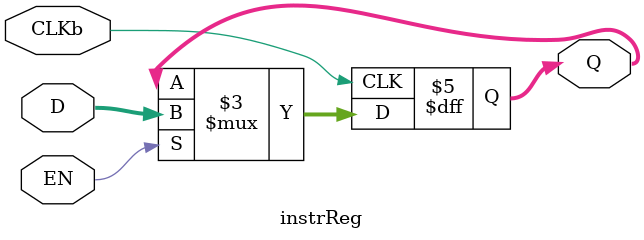
<source format=sv>
module instrReg(
	input logic [9:0]D,
	input logic EN, CLKb,
	output logic [9:0]Q
);

	// negedge 10 bit register with synchronous active-high enable
	always_ff@(negedge CLKb)
	begin
		if(EN)
			Q <= D;
		else
			Q <= Q;
	end

endmodule
</source>
